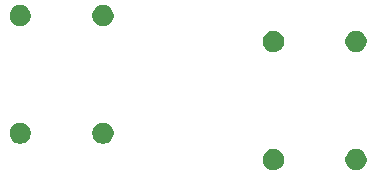
<source format=gbr>
G04 #@! TF.GenerationSoftware,KiCad,Pcbnew,(5.0.1)-rc2*
G04 #@! TF.CreationDate,2019-01-31T01:05:06-05:00*
G04 #@! TF.ProjectId,passive_buffer,706173736976655F6275666665722E6B,rev?*
G04 #@! TF.SameCoordinates,Original*
G04 #@! TF.FileFunction,Soldermask,Bot*
G04 #@! TF.FilePolarity,Negative*
%FSLAX46Y46*%
G04 Gerber Fmt 4.6, Leading zero omitted, Abs format (unit mm)*
G04 Created by KiCad (PCBNEW (5.0.1)-rc2) date 1/31/2019 1:05:06 AM*
%MOMM*%
%LPD*%
G01*
G04 APERTURE LIST*
%ADD10C,0.100000*%
G04 APERTURE END LIST*
D10*
G36*
X162661212Y-85239624D02*
X162825184Y-85307544D01*
X162972754Y-85406147D01*
X163098253Y-85531646D01*
X163196856Y-85679216D01*
X163264776Y-85843188D01*
X163299400Y-86017259D01*
X163299400Y-86194741D01*
X163264776Y-86368812D01*
X163196856Y-86532784D01*
X163098253Y-86680354D01*
X162972754Y-86805853D01*
X162825184Y-86904456D01*
X162661212Y-86972376D01*
X162487141Y-87007000D01*
X162309659Y-87007000D01*
X162135588Y-86972376D01*
X161971616Y-86904456D01*
X161824046Y-86805853D01*
X161698547Y-86680354D01*
X161599944Y-86532784D01*
X161532024Y-86368812D01*
X161497400Y-86194741D01*
X161497400Y-86017259D01*
X161532024Y-85843188D01*
X161599944Y-85679216D01*
X161698547Y-85531646D01*
X161824046Y-85406147D01*
X161971616Y-85307544D01*
X162135588Y-85239624D01*
X162309659Y-85205000D01*
X162487141Y-85205000D01*
X162661212Y-85239624D01*
X162661212Y-85239624D01*
G37*
G36*
X155661212Y-85239624D02*
X155825184Y-85307544D01*
X155972754Y-85406147D01*
X156098253Y-85531646D01*
X156196856Y-85679216D01*
X156264776Y-85843188D01*
X156299400Y-86017259D01*
X156299400Y-86194741D01*
X156264776Y-86368812D01*
X156196856Y-86532784D01*
X156098253Y-86680354D01*
X155972754Y-86805853D01*
X155825184Y-86904456D01*
X155661212Y-86972376D01*
X155487141Y-87007000D01*
X155309659Y-87007000D01*
X155135588Y-86972376D01*
X154971616Y-86904456D01*
X154824046Y-86805853D01*
X154698547Y-86680354D01*
X154599944Y-86532784D01*
X154532024Y-86368812D01*
X154497400Y-86194741D01*
X154497400Y-86017259D01*
X154532024Y-85843188D01*
X154599944Y-85679216D01*
X154698547Y-85531646D01*
X154824046Y-85406147D01*
X154971616Y-85307544D01*
X155135588Y-85239624D01*
X155309659Y-85205000D01*
X155487141Y-85205000D01*
X155661212Y-85239624D01*
X155661212Y-85239624D01*
G37*
G36*
X141231612Y-83004424D02*
X141395584Y-83072344D01*
X141543154Y-83170947D01*
X141668653Y-83296446D01*
X141767256Y-83444016D01*
X141835176Y-83607988D01*
X141869800Y-83782059D01*
X141869800Y-83959541D01*
X141835176Y-84133612D01*
X141767256Y-84297584D01*
X141668653Y-84445154D01*
X141543154Y-84570653D01*
X141395584Y-84669256D01*
X141231612Y-84737176D01*
X141057541Y-84771800D01*
X140880059Y-84771800D01*
X140705988Y-84737176D01*
X140542016Y-84669256D01*
X140394446Y-84570653D01*
X140268947Y-84445154D01*
X140170344Y-84297584D01*
X140102424Y-84133612D01*
X140067800Y-83959541D01*
X140067800Y-83782059D01*
X140102424Y-83607988D01*
X140170344Y-83444016D01*
X140268947Y-83296446D01*
X140394446Y-83170947D01*
X140542016Y-83072344D01*
X140705988Y-83004424D01*
X140880059Y-82969800D01*
X141057541Y-82969800D01*
X141231612Y-83004424D01*
X141231612Y-83004424D01*
G37*
G36*
X134231612Y-83004424D02*
X134395584Y-83072344D01*
X134543154Y-83170947D01*
X134668653Y-83296446D01*
X134767256Y-83444016D01*
X134835176Y-83607988D01*
X134869800Y-83782059D01*
X134869800Y-83959541D01*
X134835176Y-84133612D01*
X134767256Y-84297584D01*
X134668653Y-84445154D01*
X134543154Y-84570653D01*
X134395584Y-84669256D01*
X134231612Y-84737176D01*
X134057541Y-84771800D01*
X133880059Y-84771800D01*
X133705988Y-84737176D01*
X133542016Y-84669256D01*
X133394446Y-84570653D01*
X133268947Y-84445154D01*
X133170344Y-84297584D01*
X133102424Y-84133612D01*
X133067800Y-83959541D01*
X133067800Y-83782059D01*
X133102424Y-83607988D01*
X133170344Y-83444016D01*
X133268947Y-83296446D01*
X133394446Y-83170947D01*
X133542016Y-83072344D01*
X133705988Y-83004424D01*
X133880059Y-82969800D01*
X134057541Y-82969800D01*
X134231612Y-83004424D01*
X134231612Y-83004424D01*
G37*
G36*
X162661212Y-75232024D02*
X162825184Y-75299944D01*
X162972754Y-75398547D01*
X163098253Y-75524046D01*
X163196856Y-75671616D01*
X163264776Y-75835588D01*
X163299400Y-76009659D01*
X163299400Y-76187141D01*
X163264776Y-76361212D01*
X163196856Y-76525184D01*
X163098253Y-76672754D01*
X162972754Y-76798253D01*
X162825184Y-76896856D01*
X162661212Y-76964776D01*
X162487141Y-76999400D01*
X162309659Y-76999400D01*
X162135588Y-76964776D01*
X161971616Y-76896856D01*
X161824046Y-76798253D01*
X161698547Y-76672754D01*
X161599944Y-76525184D01*
X161532024Y-76361212D01*
X161497400Y-76187141D01*
X161497400Y-76009659D01*
X161532024Y-75835588D01*
X161599944Y-75671616D01*
X161698547Y-75524046D01*
X161824046Y-75398547D01*
X161971616Y-75299944D01*
X162135588Y-75232024D01*
X162309659Y-75197400D01*
X162487141Y-75197400D01*
X162661212Y-75232024D01*
X162661212Y-75232024D01*
G37*
G36*
X155661212Y-75232024D02*
X155825184Y-75299944D01*
X155972754Y-75398547D01*
X156098253Y-75524046D01*
X156196856Y-75671616D01*
X156264776Y-75835588D01*
X156299400Y-76009659D01*
X156299400Y-76187141D01*
X156264776Y-76361212D01*
X156196856Y-76525184D01*
X156098253Y-76672754D01*
X155972754Y-76798253D01*
X155825184Y-76896856D01*
X155661212Y-76964776D01*
X155487141Y-76999400D01*
X155309659Y-76999400D01*
X155135588Y-76964776D01*
X154971616Y-76896856D01*
X154824046Y-76798253D01*
X154698547Y-76672754D01*
X154599944Y-76525184D01*
X154532024Y-76361212D01*
X154497400Y-76187141D01*
X154497400Y-76009659D01*
X154532024Y-75835588D01*
X154599944Y-75671616D01*
X154698547Y-75524046D01*
X154824046Y-75398547D01*
X154971616Y-75299944D01*
X155135588Y-75232024D01*
X155309659Y-75197400D01*
X155487141Y-75197400D01*
X155661212Y-75232024D01*
X155661212Y-75232024D01*
G37*
G36*
X141231612Y-73047624D02*
X141395584Y-73115544D01*
X141543154Y-73214147D01*
X141668653Y-73339646D01*
X141767256Y-73487216D01*
X141835176Y-73651188D01*
X141869800Y-73825259D01*
X141869800Y-74002741D01*
X141835176Y-74176812D01*
X141767256Y-74340784D01*
X141668653Y-74488354D01*
X141543154Y-74613853D01*
X141395584Y-74712456D01*
X141231612Y-74780376D01*
X141057541Y-74815000D01*
X140880059Y-74815000D01*
X140705988Y-74780376D01*
X140542016Y-74712456D01*
X140394446Y-74613853D01*
X140268947Y-74488354D01*
X140170344Y-74340784D01*
X140102424Y-74176812D01*
X140067800Y-74002741D01*
X140067800Y-73825259D01*
X140102424Y-73651188D01*
X140170344Y-73487216D01*
X140268947Y-73339646D01*
X140394446Y-73214147D01*
X140542016Y-73115544D01*
X140705988Y-73047624D01*
X140880059Y-73013000D01*
X141057541Y-73013000D01*
X141231612Y-73047624D01*
X141231612Y-73047624D01*
G37*
G36*
X134231612Y-73047624D02*
X134395584Y-73115544D01*
X134543154Y-73214147D01*
X134668653Y-73339646D01*
X134767256Y-73487216D01*
X134835176Y-73651188D01*
X134869800Y-73825259D01*
X134869800Y-74002741D01*
X134835176Y-74176812D01*
X134767256Y-74340784D01*
X134668653Y-74488354D01*
X134543154Y-74613853D01*
X134395584Y-74712456D01*
X134231612Y-74780376D01*
X134057541Y-74815000D01*
X133880059Y-74815000D01*
X133705988Y-74780376D01*
X133542016Y-74712456D01*
X133394446Y-74613853D01*
X133268947Y-74488354D01*
X133170344Y-74340784D01*
X133102424Y-74176812D01*
X133067800Y-74002741D01*
X133067800Y-73825259D01*
X133102424Y-73651188D01*
X133170344Y-73487216D01*
X133268947Y-73339646D01*
X133394446Y-73214147D01*
X133542016Y-73115544D01*
X133705988Y-73047624D01*
X133880059Y-73013000D01*
X134057541Y-73013000D01*
X134231612Y-73047624D01*
X134231612Y-73047624D01*
G37*
M02*

</source>
